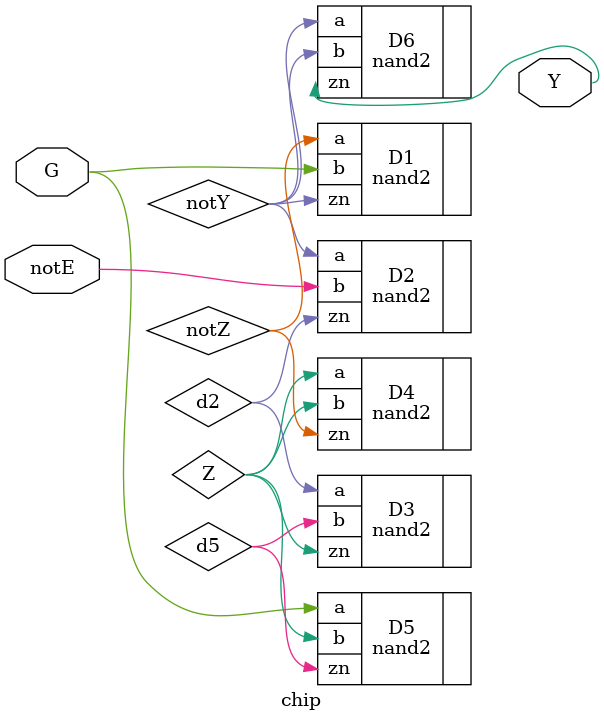
<source format=v>
module chip (/*AUTOARG*/
   // Outputs
   Y,
   // Inputs
   notE, G
   );
  parameter NAND2_DELAY = 1;
  input notE;
  input G;
  output Y;

  /*AUTOINPUT*/
  /*AUTOOUTPUT*/

  /*AUTOREG*/
  /*AUTOWIRE*/
   wire                 Y;


   nand2 #(.DELAY(NAND2_DELAY)) D1(.a(notZ),.b(G),.zn(notY));

   nand2 #(.DELAY(NAND2_DELAY)) D2(.a(notY),.b(notE),.zn(d2));

   nand2 #(.DELAY(NAND2_DELAY)) D3(.a(d2),.b(d5),.zn(Z));

   nand2 #(.DELAY(NAND2_DELAY)) D4(.a(Z),.b(Z),.zn(notZ));

   nand2 #(.DELAY(NAND2_DELAY)) D5(.a(G),.b(Z),.zn(d5));

   nand2 #(.DELAY(NAND2_DELAY)) D6(.a(notY),.b(notY),.zn(Y));


endmodule // chip
/*
 Local Variables:
 verilog-library-directories:(
 "."
 )
 End:
 */

</source>
